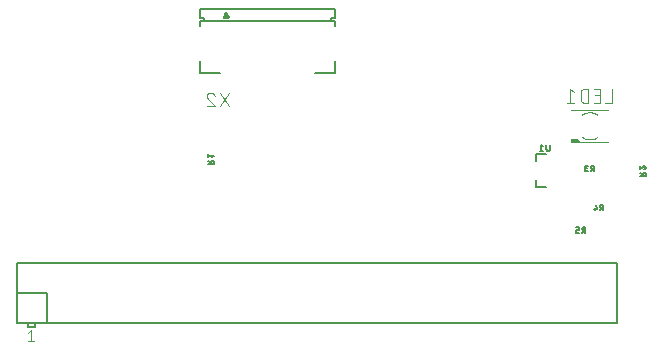
<source format=gbr>
G04 EAGLE Gerber RS-274X export*
G75*
%MOMM*%
%FSLAX34Y34*%
%LPD*%
%INSilkscreen Bottom*%
%IPPOS*%
%AMOC8*
5,1,8,0,0,1.08239X$1,22.5*%
G01*
%ADD10C,0.127000*%
%ADD11C,0.203200*%
%ADD12C,0.101600*%

G36*
X434795Y508529D02*
X434795Y508529D01*
X434804Y508528D01*
X434936Y508549D01*
X435068Y508567D01*
X435076Y508571D01*
X435085Y508572D01*
X435206Y508629D01*
X435328Y508684D01*
X435334Y508689D01*
X435342Y508693D01*
X435443Y508781D01*
X435545Y508867D01*
X435550Y508874D01*
X435556Y508880D01*
X435628Y508993D01*
X435702Y509104D01*
X435705Y509112D01*
X435710Y509119D01*
X435748Y509248D01*
X435788Y509375D01*
X435788Y509383D01*
X435791Y509392D01*
X435792Y509526D01*
X435796Y509659D01*
X435793Y509667D01*
X435793Y509676D01*
X435778Y509727D01*
X435724Y509934D01*
X435704Y509967D01*
X435695Y509997D01*
X433695Y513997D01*
X433638Y514079D01*
X433589Y514165D01*
X433558Y514195D01*
X433534Y514231D01*
X433456Y514294D01*
X433385Y514363D01*
X433347Y514384D01*
X433314Y514411D01*
X433222Y514450D01*
X433134Y514497D01*
X433092Y514506D01*
X433052Y514523D01*
X432953Y514535D01*
X432856Y514556D01*
X432813Y514553D01*
X432770Y514558D01*
X432672Y514542D01*
X432572Y514535D01*
X432532Y514520D01*
X432489Y514513D01*
X432399Y514471D01*
X432306Y514437D01*
X432271Y514411D01*
X432232Y514393D01*
X432157Y514327D01*
X432077Y514268D01*
X432054Y514237D01*
X432018Y514206D01*
X431921Y514054D01*
X431879Y513997D01*
X429879Y509997D01*
X429876Y509989D01*
X429871Y509982D01*
X429831Y509853D01*
X429789Y509727D01*
X429788Y509719D01*
X429786Y509711D01*
X429782Y509576D01*
X429777Y509443D01*
X429779Y509435D01*
X429778Y509426D01*
X429812Y509297D01*
X429844Y509167D01*
X429848Y509160D01*
X429850Y509151D01*
X429918Y509037D01*
X429985Y508920D01*
X429991Y508914D01*
X429995Y508907D01*
X430093Y508815D01*
X430189Y508722D01*
X430197Y508718D01*
X430203Y508712D01*
X430322Y508651D01*
X430440Y508589D01*
X430448Y508587D01*
X430456Y508583D01*
X430508Y508574D01*
X430718Y508530D01*
X430756Y508533D01*
X430787Y508528D01*
X434787Y508528D01*
X434795Y508529D01*
G37*
G36*
X732163Y403823D02*
X732163Y403823D01*
X732165Y403823D01*
X732260Y403843D01*
X732357Y403862D01*
X732359Y403864D01*
X732361Y403864D01*
X732442Y403920D01*
X732522Y403975D01*
X732524Y403977D01*
X732526Y403979D01*
X732579Y404062D01*
X732632Y404143D01*
X732632Y404146D01*
X732633Y404148D01*
X732650Y404244D01*
X732667Y404340D01*
X732667Y404343D01*
X732667Y404345D01*
X732645Y404439D01*
X732624Y404536D01*
X732622Y404538D01*
X732621Y404541D01*
X732519Y404689D01*
X730769Y406439D01*
X730762Y406443D01*
X730758Y406449D01*
X730679Y406498D01*
X730602Y406550D01*
X730594Y406551D01*
X730587Y406555D01*
X730410Y406587D01*
X724910Y406587D01*
X724905Y406586D01*
X724900Y406587D01*
X724807Y406566D01*
X724714Y406548D01*
X724709Y406545D01*
X724704Y406544D01*
X724626Y406488D01*
X724548Y406435D01*
X724545Y406431D01*
X724541Y406428D01*
X724490Y406346D01*
X724438Y406267D01*
X724438Y406262D01*
X724435Y406257D01*
X724403Y406080D01*
X724403Y404330D01*
X724404Y404325D01*
X724403Y404320D01*
X724424Y404227D01*
X724442Y404134D01*
X724445Y404129D01*
X724446Y404124D01*
X724502Y404046D01*
X724555Y403968D01*
X724559Y403965D01*
X724562Y403961D01*
X724644Y403910D01*
X724723Y403858D01*
X724728Y403858D01*
X724733Y403855D01*
X724910Y403823D01*
X732160Y403823D01*
X732163Y403823D01*
G37*
D10*
X417195Y385838D02*
X422021Y385838D01*
X422021Y387179D01*
X422019Y387250D01*
X422013Y387322D01*
X422004Y387392D01*
X421991Y387462D01*
X421974Y387532D01*
X421953Y387600D01*
X421929Y387667D01*
X421901Y387733D01*
X421870Y387797D01*
X421835Y387860D01*
X421797Y387920D01*
X421756Y387979D01*
X421712Y388035D01*
X421665Y388089D01*
X421616Y388140D01*
X421563Y388188D01*
X421508Y388234D01*
X421451Y388276D01*
X421391Y388316D01*
X421330Y388352D01*
X421266Y388385D01*
X421201Y388414D01*
X421135Y388440D01*
X421067Y388463D01*
X420998Y388482D01*
X420928Y388497D01*
X420858Y388508D01*
X420787Y388516D01*
X420716Y388520D01*
X420644Y388520D01*
X420573Y388516D01*
X420502Y388508D01*
X420432Y388497D01*
X420362Y388482D01*
X420293Y388463D01*
X420225Y388440D01*
X420159Y388414D01*
X420094Y388385D01*
X420030Y388352D01*
X419969Y388316D01*
X419909Y388276D01*
X419852Y388234D01*
X419797Y388188D01*
X419744Y388140D01*
X419695Y388089D01*
X419648Y388035D01*
X419604Y387979D01*
X419563Y387920D01*
X419525Y387860D01*
X419490Y387797D01*
X419459Y387733D01*
X419431Y387667D01*
X419407Y387600D01*
X419386Y387532D01*
X419369Y387462D01*
X419356Y387392D01*
X419347Y387322D01*
X419341Y387250D01*
X419339Y387179D01*
X419340Y387179D02*
X419340Y385838D01*
X419340Y387447D02*
X417195Y388519D01*
X420949Y391261D02*
X422021Y392601D01*
X417195Y392601D01*
X417195Y391261D02*
X417195Y393942D01*
X782955Y375678D02*
X787781Y375678D01*
X787781Y377019D01*
X787779Y377090D01*
X787773Y377162D01*
X787764Y377232D01*
X787751Y377302D01*
X787734Y377372D01*
X787713Y377440D01*
X787689Y377507D01*
X787661Y377573D01*
X787630Y377637D01*
X787595Y377700D01*
X787557Y377760D01*
X787516Y377819D01*
X787472Y377875D01*
X787425Y377929D01*
X787376Y377980D01*
X787323Y378028D01*
X787268Y378074D01*
X787211Y378116D01*
X787151Y378156D01*
X787090Y378192D01*
X787026Y378225D01*
X786961Y378254D01*
X786895Y378280D01*
X786827Y378303D01*
X786758Y378322D01*
X786688Y378337D01*
X786618Y378348D01*
X786547Y378356D01*
X786476Y378360D01*
X786404Y378360D01*
X786333Y378356D01*
X786262Y378348D01*
X786192Y378337D01*
X786122Y378322D01*
X786053Y378303D01*
X785985Y378280D01*
X785919Y378254D01*
X785854Y378225D01*
X785790Y378192D01*
X785729Y378156D01*
X785669Y378116D01*
X785612Y378074D01*
X785557Y378028D01*
X785504Y377980D01*
X785455Y377929D01*
X785408Y377875D01*
X785364Y377819D01*
X785323Y377760D01*
X785285Y377700D01*
X785250Y377637D01*
X785219Y377573D01*
X785191Y377507D01*
X785167Y377440D01*
X785146Y377372D01*
X785129Y377302D01*
X785116Y377232D01*
X785107Y377162D01*
X785101Y377090D01*
X785099Y377019D01*
X785100Y377019D02*
X785100Y375678D01*
X785100Y377287D02*
X782955Y378359D01*
X787781Y382575D02*
X787779Y382643D01*
X787773Y382710D01*
X787764Y382777D01*
X787751Y382844D01*
X787734Y382909D01*
X787713Y382974D01*
X787689Y383037D01*
X787661Y383099D01*
X787630Y383159D01*
X787596Y383217D01*
X787558Y383273D01*
X787518Y383328D01*
X787474Y383379D01*
X787427Y383428D01*
X787378Y383475D01*
X787327Y383519D01*
X787272Y383559D01*
X787216Y383597D01*
X787158Y383631D01*
X787098Y383662D01*
X787036Y383690D01*
X786973Y383714D01*
X786908Y383735D01*
X786843Y383752D01*
X786776Y383765D01*
X786709Y383774D01*
X786642Y383780D01*
X786574Y383782D01*
X787781Y382575D02*
X787779Y382497D01*
X787773Y382419D01*
X787763Y382342D01*
X787750Y382265D01*
X787732Y382189D01*
X787711Y382114D01*
X787686Y382040D01*
X787657Y381968D01*
X787625Y381897D01*
X787589Y381828D01*
X787550Y381760D01*
X787507Y381695D01*
X787461Y381632D01*
X787412Y381571D01*
X787360Y381513D01*
X787305Y381458D01*
X787248Y381405D01*
X787188Y381356D01*
X787125Y381309D01*
X787060Y381266D01*
X786994Y381226D01*
X786925Y381189D01*
X786854Y381156D01*
X786782Y381126D01*
X786709Y381100D01*
X785636Y383380D02*
X785685Y383429D01*
X785737Y383476D01*
X785792Y383519D01*
X785849Y383560D01*
X785908Y383598D01*
X785969Y383632D01*
X786032Y383663D01*
X786096Y383691D01*
X786162Y383715D01*
X786228Y383735D01*
X786296Y383752D01*
X786365Y383765D01*
X786434Y383774D01*
X786504Y383780D01*
X786574Y383782D01*
X785636Y383380D02*
X782955Y381101D01*
X782955Y383782D01*
X744462Y384175D02*
X744462Y379349D01*
X744462Y384175D02*
X743121Y384175D01*
X743050Y384173D01*
X742978Y384167D01*
X742908Y384158D01*
X742838Y384145D01*
X742768Y384128D01*
X742700Y384107D01*
X742633Y384083D01*
X742567Y384055D01*
X742503Y384024D01*
X742440Y383989D01*
X742380Y383951D01*
X742321Y383910D01*
X742265Y383866D01*
X742211Y383819D01*
X742160Y383770D01*
X742112Y383717D01*
X742066Y383662D01*
X742024Y383605D01*
X741984Y383545D01*
X741948Y383484D01*
X741915Y383420D01*
X741886Y383355D01*
X741860Y383289D01*
X741837Y383221D01*
X741818Y383152D01*
X741803Y383082D01*
X741792Y383012D01*
X741784Y382941D01*
X741780Y382870D01*
X741780Y382798D01*
X741784Y382727D01*
X741792Y382656D01*
X741803Y382586D01*
X741818Y382516D01*
X741837Y382447D01*
X741860Y382379D01*
X741886Y382313D01*
X741915Y382248D01*
X741948Y382184D01*
X741984Y382123D01*
X742024Y382063D01*
X742066Y382006D01*
X742112Y381951D01*
X742160Y381898D01*
X742211Y381849D01*
X742265Y381802D01*
X742321Y381758D01*
X742380Y381717D01*
X742440Y381679D01*
X742503Y381644D01*
X742567Y381613D01*
X742633Y381585D01*
X742700Y381561D01*
X742768Y381540D01*
X742838Y381523D01*
X742908Y381510D01*
X742978Y381501D01*
X743050Y381495D01*
X743121Y381493D01*
X743121Y381494D02*
X744462Y381494D01*
X742853Y381494D02*
X741781Y379349D01*
X739039Y379349D02*
X737699Y379349D01*
X737628Y379351D01*
X737556Y379357D01*
X737486Y379366D01*
X737416Y379379D01*
X737346Y379396D01*
X737278Y379417D01*
X737211Y379441D01*
X737145Y379469D01*
X737081Y379500D01*
X737018Y379535D01*
X736958Y379573D01*
X736899Y379614D01*
X736843Y379658D01*
X736789Y379705D01*
X736738Y379754D01*
X736690Y379807D01*
X736644Y379862D01*
X736602Y379919D01*
X736562Y379979D01*
X736526Y380040D01*
X736493Y380104D01*
X736464Y380169D01*
X736438Y380235D01*
X736415Y380303D01*
X736396Y380372D01*
X736381Y380442D01*
X736370Y380512D01*
X736362Y380583D01*
X736358Y380654D01*
X736358Y380726D01*
X736362Y380797D01*
X736370Y380868D01*
X736381Y380938D01*
X736396Y381008D01*
X736415Y381077D01*
X736438Y381145D01*
X736464Y381211D01*
X736493Y381276D01*
X736526Y381340D01*
X736562Y381401D01*
X736602Y381461D01*
X736644Y381518D01*
X736690Y381573D01*
X736738Y381626D01*
X736789Y381675D01*
X736843Y381722D01*
X736899Y381766D01*
X736958Y381807D01*
X737018Y381845D01*
X737081Y381880D01*
X737145Y381911D01*
X737211Y381939D01*
X737278Y381963D01*
X737346Y381984D01*
X737416Y382001D01*
X737486Y382014D01*
X737556Y382023D01*
X737628Y382029D01*
X737699Y382031D01*
X737431Y384175D02*
X739039Y384175D01*
X737431Y384175D02*
X737366Y384173D01*
X737302Y384167D01*
X737238Y384157D01*
X737174Y384144D01*
X737112Y384126D01*
X737051Y384105D01*
X736991Y384081D01*
X736933Y384052D01*
X736876Y384020D01*
X736822Y383985D01*
X736770Y383947D01*
X736720Y383905D01*
X736673Y383861D01*
X736629Y383814D01*
X736587Y383764D01*
X736549Y383712D01*
X736514Y383658D01*
X736482Y383601D01*
X736453Y383543D01*
X736429Y383483D01*
X736408Y383422D01*
X736390Y383360D01*
X736377Y383296D01*
X736367Y383232D01*
X736361Y383168D01*
X736359Y383103D01*
X736361Y383038D01*
X736367Y382974D01*
X736377Y382910D01*
X736390Y382846D01*
X736408Y382784D01*
X736429Y382723D01*
X736453Y382663D01*
X736482Y382605D01*
X736514Y382548D01*
X736549Y382494D01*
X736587Y382442D01*
X736629Y382392D01*
X736673Y382345D01*
X736720Y382301D01*
X736770Y382259D01*
X736822Y382221D01*
X736876Y382186D01*
X736933Y382154D01*
X736991Y382125D01*
X737051Y382101D01*
X737112Y382080D01*
X737174Y382062D01*
X737238Y382049D01*
X737302Y382039D01*
X737366Y382033D01*
X737431Y382031D01*
X737431Y382030D02*
X738503Y382030D01*
X752082Y351155D02*
X752082Y346329D01*
X752082Y351155D02*
X750741Y351155D01*
X750670Y351153D01*
X750598Y351147D01*
X750528Y351138D01*
X750458Y351125D01*
X750388Y351108D01*
X750320Y351087D01*
X750253Y351063D01*
X750187Y351035D01*
X750123Y351004D01*
X750060Y350969D01*
X750000Y350931D01*
X749941Y350890D01*
X749885Y350846D01*
X749831Y350799D01*
X749780Y350750D01*
X749732Y350697D01*
X749686Y350642D01*
X749644Y350585D01*
X749604Y350525D01*
X749568Y350464D01*
X749535Y350400D01*
X749506Y350335D01*
X749480Y350269D01*
X749457Y350201D01*
X749438Y350132D01*
X749423Y350062D01*
X749412Y349992D01*
X749404Y349921D01*
X749400Y349850D01*
X749400Y349778D01*
X749404Y349707D01*
X749412Y349636D01*
X749423Y349566D01*
X749438Y349496D01*
X749457Y349427D01*
X749480Y349359D01*
X749506Y349293D01*
X749535Y349228D01*
X749568Y349164D01*
X749604Y349103D01*
X749644Y349043D01*
X749686Y348986D01*
X749732Y348931D01*
X749780Y348878D01*
X749831Y348829D01*
X749885Y348782D01*
X749941Y348738D01*
X750000Y348697D01*
X750060Y348659D01*
X750123Y348624D01*
X750187Y348593D01*
X750253Y348565D01*
X750320Y348541D01*
X750388Y348520D01*
X750458Y348503D01*
X750528Y348490D01*
X750598Y348481D01*
X750670Y348475D01*
X750741Y348473D01*
X750741Y348474D02*
X752082Y348474D01*
X750473Y348474D02*
X749401Y346329D01*
X746659Y347401D02*
X745587Y351155D01*
X746659Y347401D02*
X743978Y347401D01*
X744782Y348474D02*
X744782Y346329D01*
X736842Y332105D02*
X736842Y327279D01*
X736842Y332105D02*
X735501Y332105D01*
X735430Y332103D01*
X735358Y332097D01*
X735288Y332088D01*
X735218Y332075D01*
X735148Y332058D01*
X735080Y332037D01*
X735013Y332013D01*
X734947Y331985D01*
X734883Y331954D01*
X734820Y331919D01*
X734760Y331881D01*
X734701Y331840D01*
X734645Y331796D01*
X734591Y331749D01*
X734540Y331700D01*
X734492Y331647D01*
X734446Y331592D01*
X734404Y331535D01*
X734364Y331475D01*
X734328Y331414D01*
X734295Y331350D01*
X734266Y331285D01*
X734240Y331219D01*
X734217Y331151D01*
X734198Y331082D01*
X734183Y331012D01*
X734172Y330942D01*
X734164Y330871D01*
X734160Y330800D01*
X734160Y330728D01*
X734164Y330657D01*
X734172Y330586D01*
X734183Y330516D01*
X734198Y330446D01*
X734217Y330377D01*
X734240Y330309D01*
X734266Y330243D01*
X734295Y330178D01*
X734328Y330114D01*
X734364Y330053D01*
X734404Y329993D01*
X734446Y329936D01*
X734492Y329881D01*
X734540Y329828D01*
X734591Y329779D01*
X734645Y329732D01*
X734701Y329688D01*
X734760Y329647D01*
X734820Y329609D01*
X734883Y329574D01*
X734947Y329543D01*
X735013Y329515D01*
X735080Y329491D01*
X735148Y329470D01*
X735218Y329453D01*
X735288Y329440D01*
X735358Y329431D01*
X735430Y329425D01*
X735501Y329423D01*
X735501Y329424D02*
X736842Y329424D01*
X735233Y329424D02*
X734161Y327279D01*
X731419Y327279D02*
X729811Y327279D01*
X729746Y327281D01*
X729682Y327287D01*
X729618Y327297D01*
X729554Y327310D01*
X729492Y327328D01*
X729431Y327349D01*
X729371Y327373D01*
X729313Y327402D01*
X729256Y327434D01*
X729202Y327469D01*
X729150Y327507D01*
X729100Y327549D01*
X729053Y327593D01*
X729009Y327640D01*
X728967Y327690D01*
X728929Y327742D01*
X728894Y327796D01*
X728862Y327853D01*
X728833Y327911D01*
X728809Y327971D01*
X728788Y328032D01*
X728770Y328094D01*
X728757Y328158D01*
X728747Y328222D01*
X728741Y328286D01*
X728739Y328351D01*
X728738Y328351D02*
X728738Y328888D01*
X728739Y328888D02*
X728741Y328953D01*
X728747Y329017D01*
X728757Y329081D01*
X728770Y329145D01*
X728788Y329207D01*
X728809Y329268D01*
X728833Y329328D01*
X728862Y329386D01*
X728894Y329443D01*
X728929Y329497D01*
X728967Y329549D01*
X729009Y329599D01*
X729053Y329646D01*
X729100Y329690D01*
X729150Y329732D01*
X729202Y329770D01*
X729256Y329805D01*
X729313Y329837D01*
X729371Y329866D01*
X729431Y329890D01*
X729492Y329911D01*
X729554Y329929D01*
X729618Y329942D01*
X729682Y329952D01*
X729746Y329958D01*
X729811Y329960D01*
X731419Y329960D01*
X731419Y332105D01*
X728738Y332105D01*
D11*
X695310Y387730D02*
X695310Y393730D01*
X703310Y393730D01*
X695310Y371730D02*
X695310Y365730D01*
X703310Y365730D01*
D10*
X706485Y398216D02*
X706485Y401701D01*
X706486Y398216D02*
X706484Y398145D01*
X706478Y398073D01*
X706469Y398003D01*
X706456Y397933D01*
X706439Y397863D01*
X706418Y397795D01*
X706394Y397728D01*
X706366Y397662D01*
X706335Y397598D01*
X706300Y397535D01*
X706262Y397475D01*
X706221Y397416D01*
X706177Y397360D01*
X706130Y397306D01*
X706081Y397255D01*
X706028Y397207D01*
X705973Y397161D01*
X705916Y397119D01*
X705856Y397079D01*
X705795Y397043D01*
X705731Y397010D01*
X705666Y396981D01*
X705600Y396955D01*
X705532Y396932D01*
X705463Y396913D01*
X705393Y396898D01*
X705323Y396887D01*
X705252Y396879D01*
X705181Y396875D01*
X705109Y396875D01*
X705038Y396879D01*
X704967Y396887D01*
X704897Y396898D01*
X704827Y396913D01*
X704758Y396932D01*
X704690Y396955D01*
X704624Y396981D01*
X704559Y397010D01*
X704495Y397043D01*
X704434Y397079D01*
X704374Y397119D01*
X704317Y397161D01*
X704262Y397207D01*
X704209Y397255D01*
X704160Y397306D01*
X704113Y397360D01*
X704069Y397416D01*
X704028Y397475D01*
X703990Y397535D01*
X703955Y397598D01*
X703924Y397662D01*
X703896Y397728D01*
X703872Y397795D01*
X703851Y397863D01*
X703834Y397933D01*
X703821Y398003D01*
X703812Y398073D01*
X703806Y398145D01*
X703804Y398216D01*
X703804Y401701D01*
X700816Y400629D02*
X699475Y401701D01*
X699475Y396875D01*
X698135Y396875D02*
X700816Y396875D01*
D12*
X724910Y431330D02*
X755910Y431330D01*
X755910Y404330D02*
X724910Y404330D01*
X733910Y427330D02*
X734145Y427486D01*
X734384Y427635D01*
X734626Y427779D01*
X734871Y427917D01*
X735120Y428049D01*
X735372Y428175D01*
X735627Y428295D01*
X735885Y428408D01*
X736146Y428515D01*
X736409Y428616D01*
X736675Y428710D01*
X736942Y428798D01*
X737212Y428879D01*
X737484Y428954D01*
X737757Y429022D01*
X738032Y429083D01*
X738309Y429137D01*
X738586Y429185D01*
X738865Y429226D01*
X739145Y429261D01*
X739425Y429288D01*
X739706Y429309D01*
X739987Y429322D01*
X740269Y429329D01*
X740551Y429329D01*
X740833Y429322D01*
X741114Y429309D01*
X741395Y429288D01*
X741675Y429261D01*
X741955Y429226D01*
X742234Y429185D01*
X742511Y429137D01*
X742788Y429083D01*
X743063Y429022D01*
X743336Y428954D01*
X743608Y428879D01*
X743878Y428798D01*
X744145Y428710D01*
X744411Y428616D01*
X744674Y428515D01*
X744935Y428408D01*
X745193Y428295D01*
X745448Y428175D01*
X745700Y428049D01*
X745949Y427917D01*
X746194Y427779D01*
X746436Y427635D01*
X746675Y427486D01*
X746910Y427330D01*
X746910Y408330D02*
X746675Y408174D01*
X746436Y408025D01*
X746194Y407881D01*
X745949Y407743D01*
X745700Y407611D01*
X745448Y407485D01*
X745193Y407365D01*
X744935Y407252D01*
X744674Y407145D01*
X744411Y407044D01*
X744145Y406950D01*
X743878Y406862D01*
X743608Y406781D01*
X743336Y406706D01*
X743063Y406638D01*
X742788Y406577D01*
X742511Y406523D01*
X742234Y406475D01*
X741955Y406434D01*
X741675Y406399D01*
X741395Y406372D01*
X741114Y406351D01*
X740833Y406338D01*
X740551Y406331D01*
X740269Y406331D01*
X739987Y406338D01*
X739706Y406351D01*
X739425Y406372D01*
X739145Y406399D01*
X738865Y406434D01*
X738586Y406475D01*
X738309Y406523D01*
X738032Y406577D01*
X737757Y406638D01*
X737484Y406706D01*
X737212Y406781D01*
X736942Y406862D01*
X736675Y406950D01*
X736409Y407044D01*
X736146Y407145D01*
X735885Y407252D01*
X735627Y407365D01*
X735372Y407485D01*
X735120Y407611D01*
X734871Y407743D01*
X734626Y407881D01*
X734384Y408025D01*
X734145Y408174D01*
X733910Y408330D01*
X758952Y437388D02*
X758952Y449072D01*
X758952Y437388D02*
X753759Y437388D01*
X749046Y437388D02*
X743853Y437388D01*
X749046Y437388D02*
X749046Y449072D01*
X743853Y449072D01*
X745151Y443879D02*
X749046Y443879D01*
X739163Y449072D02*
X739163Y437388D01*
X739163Y449072D02*
X735917Y449072D01*
X735804Y449070D01*
X735691Y449064D01*
X735578Y449054D01*
X735465Y449040D01*
X735353Y449023D01*
X735242Y449001D01*
X735132Y448976D01*
X735022Y448946D01*
X734914Y448913D01*
X734807Y448876D01*
X734701Y448836D01*
X734597Y448791D01*
X734494Y448743D01*
X734393Y448692D01*
X734294Y448637D01*
X734197Y448579D01*
X734102Y448517D01*
X734009Y448452D01*
X733919Y448384D01*
X733831Y448313D01*
X733745Y448238D01*
X733662Y448161D01*
X733582Y448081D01*
X733505Y447998D01*
X733430Y447912D01*
X733359Y447824D01*
X733291Y447734D01*
X733226Y447641D01*
X733164Y447546D01*
X733106Y447449D01*
X733051Y447350D01*
X733000Y447249D01*
X732952Y447146D01*
X732907Y447042D01*
X732867Y446936D01*
X732830Y446829D01*
X732797Y446721D01*
X732767Y446611D01*
X732742Y446501D01*
X732720Y446390D01*
X732703Y446278D01*
X732689Y446165D01*
X732679Y446052D01*
X732673Y445939D01*
X732671Y445826D01*
X732672Y445826D02*
X732672Y440634D01*
X732671Y440634D02*
X732673Y440521D01*
X732679Y440408D01*
X732689Y440295D01*
X732703Y440182D01*
X732720Y440070D01*
X732742Y439959D01*
X732767Y439849D01*
X732797Y439739D01*
X732830Y439631D01*
X732867Y439524D01*
X732907Y439418D01*
X732952Y439314D01*
X733000Y439211D01*
X733051Y439110D01*
X733106Y439011D01*
X733164Y438914D01*
X733226Y438819D01*
X733291Y438726D01*
X733359Y438636D01*
X733430Y438548D01*
X733505Y438462D01*
X733582Y438379D01*
X733662Y438299D01*
X733745Y438222D01*
X733831Y438147D01*
X733919Y438076D01*
X734009Y438008D01*
X734102Y437943D01*
X734197Y437881D01*
X734294Y437823D01*
X734393Y437768D01*
X734494Y437717D01*
X734597Y437669D01*
X734701Y437624D01*
X734807Y437584D01*
X734914Y437547D01*
X735022Y437514D01*
X735132Y437484D01*
X735242Y437459D01*
X735353Y437437D01*
X735465Y437420D01*
X735578Y437406D01*
X735691Y437396D01*
X735804Y437390D01*
X735917Y437388D01*
X739163Y437388D01*
X727352Y446476D02*
X724106Y449072D01*
X724106Y437388D01*
X720861Y437388D02*
X727352Y437388D01*
D10*
X255150Y301830D02*
X255150Y276430D01*
X255150Y251030D01*
X264675Y251030D01*
X271025Y251030D01*
X280550Y251030D01*
X763150Y251030D01*
X763150Y301830D01*
X255150Y301830D01*
X255150Y276430D02*
X280550Y276430D01*
X280550Y251030D01*
X264675Y251030D02*
X264675Y247855D01*
X271025Y247855D01*
X271025Y251030D01*
D12*
X267723Y244807D02*
X265183Y242775D01*
X267723Y244807D02*
X267723Y235663D01*
X265183Y235663D02*
X270263Y235663D01*
D11*
X410787Y506543D02*
X413787Y506543D01*
X413787Y509543D01*
X410787Y509543D01*
X410787Y516543D01*
X524787Y516543D02*
X524787Y509543D01*
X521787Y509543D01*
X521787Y506543D01*
X524787Y506543D01*
X521787Y506543D02*
X413787Y506543D01*
X410787Y516543D02*
X524787Y516543D01*
X410787Y472543D02*
X410787Y462543D01*
X427787Y462543D01*
X524787Y462543D02*
X524787Y472543D01*
X524787Y462543D02*
X507787Y462543D01*
X410787Y502543D02*
X410787Y506543D01*
X524787Y506543D02*
X524787Y502543D01*
D12*
X434889Y434401D02*
X427100Y446085D01*
X434889Y446085D02*
X427100Y434401D01*
X416319Y443164D02*
X416321Y443271D01*
X416327Y443377D01*
X416337Y443483D01*
X416350Y443589D01*
X416368Y443695D01*
X416389Y443799D01*
X416414Y443903D01*
X416443Y444006D01*
X416475Y444107D01*
X416512Y444207D01*
X416552Y444306D01*
X416595Y444404D01*
X416642Y444500D01*
X416693Y444594D01*
X416747Y444686D01*
X416804Y444776D01*
X416864Y444864D01*
X416928Y444949D01*
X416995Y445032D01*
X417065Y445113D01*
X417137Y445191D01*
X417213Y445267D01*
X417291Y445339D01*
X417372Y445409D01*
X417455Y445476D01*
X417540Y445540D01*
X417628Y445600D01*
X417718Y445657D01*
X417810Y445711D01*
X417904Y445762D01*
X418000Y445809D01*
X418098Y445852D01*
X418197Y445892D01*
X418297Y445929D01*
X418398Y445961D01*
X418501Y445990D01*
X418605Y446015D01*
X418709Y446036D01*
X418815Y446054D01*
X418921Y446067D01*
X419027Y446077D01*
X419133Y446083D01*
X419240Y446085D01*
X419361Y446083D01*
X419482Y446077D01*
X419602Y446067D01*
X419723Y446054D01*
X419842Y446036D01*
X419962Y446015D01*
X420080Y445990D01*
X420197Y445961D01*
X420314Y445928D01*
X420429Y445892D01*
X420543Y445851D01*
X420656Y445808D01*
X420768Y445760D01*
X420877Y445709D01*
X420985Y445654D01*
X421092Y445596D01*
X421196Y445535D01*
X421298Y445470D01*
X421398Y445402D01*
X421496Y445331D01*
X421592Y445257D01*
X421685Y445180D01*
X421775Y445099D01*
X421863Y445016D01*
X421948Y444930D01*
X422031Y444841D01*
X422110Y444750D01*
X422187Y444656D01*
X422260Y444560D01*
X422330Y444462D01*
X422397Y444361D01*
X422461Y444258D01*
X422522Y444153D01*
X422579Y444046D01*
X422632Y443938D01*
X422682Y443828D01*
X422728Y443716D01*
X422771Y443603D01*
X422810Y443488D01*
X417293Y440892D02*
X417214Y440970D01*
X417138Y441050D01*
X417065Y441133D01*
X416995Y441219D01*
X416928Y441306D01*
X416864Y441397D01*
X416804Y441489D01*
X416746Y441583D01*
X416692Y441680D01*
X416642Y441778D01*
X416595Y441878D01*
X416551Y441979D01*
X416511Y442082D01*
X416475Y442187D01*
X416443Y442292D01*
X416414Y442399D01*
X416389Y442506D01*
X416367Y442615D01*
X416350Y442724D01*
X416336Y442833D01*
X416327Y442943D01*
X416321Y443054D01*
X416319Y443164D01*
X417293Y440892D02*
X422810Y434401D01*
X416319Y434401D01*
M02*

</source>
